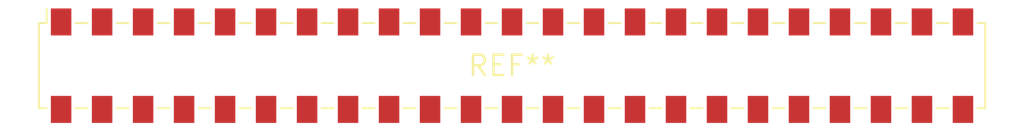
<source format=kicad_pcb>
(kicad_pcb (version 20240108) (generator pcbnew)
  (layers (0 "F.Cu" signal) (31 "B.Cu" signal) (34 "B.Paste" user) (35 "F.Paste" user) (36 "B.SilkS" user "B.Silkscreen") (37 "F.SilkS" user "F.Silkscreen") (38 "B.Mask" user) (39 "F.Mask" user) (44 "Edge.Cuts" user))
  (net 0 "")
  (footprint "Samtec_HLE-123-02-xxx-DV-BE-LC_2x23_P2.54mm_Horizontal" (layer "F.Cu") (at 0 0)
    (property "Reference" "REF**")
    (property "Value" "Samtec_HLE-123-02-xxx-DV-BE-LC_2x23_P2.54mm_Horizontal")
    (fp_line (start -29.32 -2.65) (end -29.32 2.65) (layer "F.SilkS") (stroke (width 0.12)))
    (fp_line (start -29.32 2.65) (end -28.835 2.65) (layer "F.SilkS") (stroke (width 0.12)))
    (fp_line (start -28.835 -3.56) (end -28.835 -2.65) (layer "F.SilkS") (stroke (width 0.12)))
    (fp_line (start -28.835 -2.65) (end -29.32 -2.65) (layer "F.SilkS") (stroke (width 0.12)))
    (fp_line (start -27.045 -2.65) (end -26.295 -2.65) (layer "F.SilkS") (stroke (width 0.12)))
    (fp_line (start -27.045 2.65) (end -26.295 2.65) (layer "F.SilkS") (stroke (width 0.12)))
    (fp_line (start -24.505 -2.65) (end -23.755 -2.65) (layer "F.SilkS") (stroke (width 0.12)))
    (fp_line (start -24.505 2.65) (end -23.755 2.65) (layer "F.SilkS") (stroke (width 0.12)))
    (fp_line (start -21.965 -2.65) (end -21.215 -2.65) (layer "F.SilkS") (stroke (width 0.12)))
    (fp_line (start -21.965 2.65) (end -21.215 2.65) (layer "F.SilkS") (stroke (width 0.12)))
    (fp_line (start -19.425 -2.65) (end -18.675 -2.65) (layer "F.SilkS") (stroke (width 0.12)))
    (fp_line (start -19.425 2.65) (end -18.675 2.65) (layer "F.SilkS") (stroke (width 0.12)))
    (fp_line (start -16.885 -2.65) (end -16.135 -2.65) (layer "F.SilkS") (stroke (width 0.12)))
    (fp_line (start -16.885 2.65) (end -16.135 2.65) (layer "F.SilkS") (stroke (width 0.12)))
    (fp_line (start -14.345 -2.65) (end -13.595 -2.65) (layer "F.SilkS") (stroke (width 0.12)))
    (fp_line (start -14.345 2.65) (end -13.595 2.65) (layer "F.SilkS") (stroke (width 0.12)))
    (fp_line (start -11.805 -2.65) (end -11.055 -2.65) (layer "F.SilkS") (stroke (width 0.12)))
    (fp_line (start -11.805 2.65) (end -11.055 2.65) (layer "F.SilkS") (stroke (width 0.12)))
    (fp_line (start -9.265 -2.65) (end -8.515 -2.65) (layer "F.SilkS") (stroke (width 0.12)))
    (fp_line (start -9.265 2.65) (end -8.515 2.65) (layer "F.SilkS") (stroke (width 0.12)))
    (fp_line (start -6.725 -2.65) (end -5.975 -2.65) (layer "F.SilkS") (stroke (width 0.12)))
    (fp_line (start -6.725 2.65) (end -5.975 2.65) (layer "F.SilkS") (stroke (width 0.12)))
    (fp_line (start -4.185 -2.65) (end -3.435 -2.65) (layer "F.SilkS") (stroke (width 0.12)))
    (fp_line (start -4.185 2.65) (end -3.435 2.65) (layer "F.SilkS") (stroke (width 0.12)))
    (fp_line (start -1.645 -2.65) (end -0.895 -2.65) (layer "F.SilkS") (stroke (width 0.12)))
    (fp_line (start -1.645 2.65) (end -0.895 2.65) (layer "F.SilkS") (stroke (width 0.12)))
    (fp_line (start 0.895 -2.65) (end 1.645 -2.65) (layer "F.SilkS") (stroke (width 0.12)))
    (fp_line (start 0.895 2.65) (end 1.645 2.65) (layer "F.SilkS") (stroke (width 0.12)))
    (fp_line (start 3.435 -2.65) (end 4.185 -2.65) (layer "F.SilkS") (stroke (width 0.12)))
    (fp_line (start 3.435 2.65) (end 4.185 2.65) (layer "F.SilkS") (stroke (width 0.12)))
    (fp_line (start 5.975 -2.65) (end 6.725 -2.65) (layer "F.SilkS") (stroke (width 0.12)))
    (fp_line (start 5.975 2.65) (end 6.725 2.65) (layer "F.SilkS") (stroke (width 0.12)))
    (fp_line (start 8.515 -2.65) (end 9.265 -2.65) (layer "F.SilkS") (stroke (width 0.12)))
    (fp_line (start 8.515 2.65) (end 9.265 2.65) (layer "F.SilkS") (stroke (width 0.12)))
    (fp_line (start 11.055 -2.65) (end 11.805 -2.65) (layer "F.SilkS") (stroke (width 0.12)))
    (fp_line (start 11.055 2.65) (end 11.805 2.65) (layer "F.SilkS") (stroke (width 0.12)))
    (fp_line (start 13.595 -2.65) (end 14.345 -2.65) (layer "F.SilkS") (stroke (width 0.12)))
    (fp_line (start 13.595 2.65) (end 14.345 2.65) (layer "F.SilkS") (stroke (width 0.12)))
    (fp_line (start 16.135 -2.65) (end 16.885 -2.65) (layer "F.SilkS") (stroke (width 0.12)))
    (fp_line (start 16.135 2.65) (end 16.885 2.65) (layer "F.SilkS") (stroke (width 0.12)))
    (fp_line (start 18.675 -2.65) (end 19.425 -2.65) (layer "F.SilkS") (stroke (width 0.12)))
    (fp_line (start 18.675 2.65) (end 19.425 2.65) (layer "F.SilkS") (stroke (width 0.12)))
    (fp_line (start 21.215 -2.65) (end 21.965 -2.65) (layer "F.SilkS") (stroke (width 0.12)))
    (fp_line (start 21.215 2.65) (end 21.965 2.65) (layer "F.SilkS") (stroke (width 0.12)))
    (fp_line (start 23.755 -2.65) (end 24.505 -2.65) (layer "F.SilkS") (stroke (width 0.12)))
    (fp_line (start 23.755 2.65) (end 24.505 2.65) (layer "F.SilkS") (stroke (width 0.12)))
    (fp_line (start 26.295 -2.65) (end 27.045 -2.65) (layer "F.SilkS") (stroke (width 0.12)))
    (fp_line (start 26.295 2.65) (end 27.045 2.65) (layer "F.SilkS") (stroke (width 0.12)))
    (fp_line (start 28.835 -2.65) (end 29.32 -2.65) (layer "F.SilkS") (stroke (width 0.12)))
    (fp_line (start 29.32 -2.65) (end 29.32 2.65) (layer "F.SilkS") (stroke (width 0.12)))
    (fp_line (start 29.32 2.65) (end 28.835 2.65) (layer "F.SilkS") (stroke (width 0.12)))
    (pad "" np_thru_hole circle (at -27.94 -1.27) (size 0.97 0.97) (drill 0.97) (layers *.Cu *.Mask))
    (pad "" np_thru_hole circle (at -27.94 1.27) (size 0.97 0.97) (drill 0.97) (layers *.Cu *.Mask))
    (pad "" np_thru_hole circle (at -26.67 0) (size 1.19 1.19) (drill 1.19) (layers *.Cu *.Mask))
    (pad "" np_thru_hole circle (at -25.4 -1.27) (size 0.97 0.97) (drill 0.97) (layers *.Cu *.Mask))
    (pad "" np_thru_hole circle (at -25.4 1.27) (size 0.97 0.97) (drill 0.97) (layers *.Cu *.Mask))
    (pad "" np_thru_hole circle (at -22.86 -1.27) (size 0.97 0.97) (drill 0.97) (layers *.Cu *.Mask))
    (pad "" np_thru_hole circle (at -22.86 1.27) (size 0.97 0.97) (drill 0.97) (layers *.Cu *.Mask))
    (pad "" np_thru_hole circle (at -20.32 -1.27) (size 0.97 0.97) (drill 0.97) (layers *.Cu *.Mask))
    (pad "" np_thru_hole circle (at -20.32 1.27) (size 0.97 0.97) (drill 0.97) (layers *.Cu *.Mask))
    (pad "" np_thru_hole circle (at -17.78 -1.27) (size 0.97 0.97) (drill 0.97) (layers *.Cu *.Mask))
    (pad "" np_thru_hole circle (at -17.78 1.27) (size 0.97 0.97) (drill 0.97) (layers *.Cu *.Mask))
    (pad "" np_thru_hole circle (at -15.24 -1.27) (size 0.97 0.97) (drill 0.97) (layers *.Cu *.Mask))
    (pad "" np_thru_hole circle (at -15.24 1.27) (size 0.97 0.97) (drill 0.97) (layers *.Cu *.Mask))
    (pad "" np_thru_hole circle (at -12.7 -1.27) (size 0.97 0.97) (drill 0.97) (layers *.Cu *.Mask))
    (pad "" np_thru_hole circle (at -12.7 1.27) (size 0.97 0.97) (drill 0.97) (layers *.Cu *.Mask))
    (pad "" np_thru_hole circle (at -10.16 -1.27) (size 0.97 0.97) (drill 0.97) (layers *.Cu *.Mask))
    (pad "" np_thru_hole circle (at -10.16 1.27) (size 0.97 0.97) (drill 0.97) (layers *.Cu *.Mask))
    (pad "" np_thru_hole circle (at -7.62 -1.27) (size 0.97 0.97) (drill 0.97) (layers *.Cu *.Mask))
    (pad "" np_thru_hole circle (at -7.62 1.27) (size 0.97 0.97) (drill 0.97) (layers *.Cu *.Mask))
    (pad "" np_thru_hole circle (at -5.08 -1.27) (size 0.97 0.97) (drill 0.97) (layers *.Cu *.Mask))
    (pad "" np_thru_hole circle (at -5.08 1.27) (size 0.97 0.97) (drill 0.97) (layers *.Cu *.Mask))
    (pad "" np_thru_hole circle (at -2.54 -1.27) (size 0.97 0.97) (drill 0.97) (layers *.Cu *.Mask))
    (pad "" np_thru_hole circle (at -2.54 1.27) (size 0.97 0.97) (drill 0.97) (layers *.Cu *.Mask))
    (pad "" np_thru_hole circle (at 0 -1.27) (size 0.97 0.97) (drill 0.97) (layers *.Cu *.Mask))
    (pad "" np_thru_hole circle (at 0 1.27) (size 0.97 0.97) (drill 0.97) (layers *.Cu *.Mask))
    (pad "" np_thru_hole circle (at 2.54 -1.27) (size 0.97 0.97) (drill 0.97) (layers *.Cu *.Mask))
    (pad "" np_thru_hole circle (at 2.54 1.27) (size 0.97 0.97) (drill 0.97) (layers *.Cu *.Mask))
    (pad "" np_thru_hole circle (at 5.08 -1.27) (size 0.97 0.97) (drill 0.97) (layers *.Cu *.Mask))
    (pad "" np_thru_hole circle (at 5.08 1.27) (size 0.97 0.97) (drill 0.97) (layers *.Cu *.Mask))
    (pad "" np_thru_hole circle (at 7.62 -1.27) (size 0.97 0.97) (drill 0.97) (layers *.Cu *.Mask))
    (pad "" np_thru_hole circle (at 7.62 1.27) (size 0.97 0.97) (drill 0.97) (layers *.Cu *.Mask))
    (pad "" np_thru_hole circle (at 10.16 -1.27) (size 0.97 0.97) (drill 0.97) (layers *.Cu *.Mask))
    (pad "" np_thru_hole circle (at 10.16 1.27) (size 0.97 0.97) (drill 0.97) (layers *.Cu *.Mask))
    (pad "" np_thru_hole circle (at 12.7 -1.27) (size 0.97 0.97) (drill 0.97) (layers *.Cu *.Mask))
    (pad "" np_thru_hole circle (at 12.7 1.27) (size 0.97 0.97) (drill 0.97) (layers *.Cu *.Mask))
    (pad "" np_thru_hole circle (at 15.24 -1.27) (size 0.97 0.97) (drill 0.97) (layers *.Cu *.Mask))
    (pad "" np_thru_hole circle (at 15.24 1.27) (size 0.97 0.97) (drill 0.97) (layers *.Cu *.Mask))
    (pad "" np_thru_hole circle (at 17.78 -1.27) (size 0.97 0.97) (drill 0.97) (layers *.Cu *.Mask))
    (pad "" np_thru_hole circle (at 17.78 1.27) (size 0.97 0.97) (drill 0.97) (layers *.Cu *.Mask))
    (pad "" np_thru_hole circle (at 20.32 -1.27) (size 0.97 0.97) (drill 0.97) (layers *.Cu *.Mask))
    (pad "" np_thru_hole circle (at 20.32 1.27) (size 0.97 0.97) (drill 0.97) (layers *.Cu *.Mask))
    (pad "" np_thru_hole circle (at 22.86 -1.27) (size 0.97 0.97) (drill 0.97) (layers *.Cu *.Mask))
    (pad "" np_thru_hole circle (at 22.86 1.27) (size 0.97 0.97) (drill 0.97) (layers *.Cu *.Mask))
    (pad "" np_thru_hole circle (at 25.4 -1.27) (size 0.97 0.97) (drill 0.97) (layers *.Cu *.Mask))
    (pad "" np_thru_hole circle (at 25.4 1.27) (size 0.97 0.97) (drill 0.97) (layers *.Cu *.Mask))
    (pad "" np_thru_hole circle (at 26.67 0) (size 1.19 1.19) (drill 1.19) (layers *.Cu *.Mask))
    (pad "" np_thru_hole circle (at 27.94 -1.27) (size 0.97 0.97) (drill 0.97) (layers *.Cu *.Mask))
    (pad "" np_thru_hole circle (at 27.94 1.27) (size 0.97 0.97) (drill 0.97) (layers *.Cu *.Mask))
    (pad "1" smd rect (at -27.94 -2.72) (size 1.27 1.68) (layers "F.Cu" "F.Paste" "F.Mask"))
    (pad "2" smd rect (at -27.94 2.72) (size 1.27 1.68) (layers "F.Cu" "F.Paste" "F.Mask"))
    (pad "3" smd rect (at -25.4 -2.72) (size 1.27 1.68) (layers "F.Cu" "F.Paste" "F.Mask"))
    (pad "4" smd rect (at -25.4 2.72) (size 1.27 1.68) (layers "F.Cu" "F.Paste" "F.Mask"))
    (pad "5" smd rect (at -22.86 -2.72) (size 1.27 1.68) (layers "F.Cu" "F.Paste" "F.Mask"))
    (pad "6" smd rect (at -22.86 2.72) (size 1.27 1.68) (layers "F.Cu" "F.Paste" "F.Mask"))
    (pad "7" smd rect (at -20.32 -2.72) (size 1.27 1.68) (layers "F.Cu" "F.Paste" "F.Mask"))
    (pad "8" smd rect (at -20.32 2.72) (size 1.27 1.68) (layers "F.Cu" "F.Paste" "F.Mask"))
    (pad "9" smd rect (at -17.78 -2.72) (size 1.27 1.68) (layers "F.Cu" "F.Paste" "F.Mask"))
    (pad "10" smd rect (at -17.78 2.72) (size 1.27 1.68) (layers "F.Cu" "F.Paste" "F.Mask"))
    (pad "11" smd rect (at -15.24 -2.72) (size 1.27 1.68) (layers "F.Cu" "F.Paste" "F.Mask"))
    (pad "12" smd rect (at -15.24 2.72) (size 1.27 1.68) (layers "F.Cu" "F.Paste" "F.Mask"))
    (pad "13" smd rect (at -12.7 -2.72) (size 1.27 1.68) (layers "F.Cu" "F.Paste" "F.Mask"))
    (pad "14" smd rect (at -12.7 2.72) (size 1.27 1.68) (layers "F.Cu" "F.Paste" "F.Mask"))
    (pad "15" smd rect (at -10.16 -2.72) (size 1.27 1.68) (layers "F.Cu" "F.Paste" "F.Mask"))
    (pad "16" smd rect (at -10.16 2.72) (size 1.27 1.68) (layers "F.Cu" "F.Paste" "F.Mask"))
    (pad "17" smd rect (at -7.62 -2.72) (size 1.27 1.68) (layers "F.Cu" "F.Paste" "F.Mask"))
    (pad "18" smd rect (at -7.62 2.72) (size 1.27 1.68) (layers "F.Cu" "F.Paste" "F.Mask"))
    (pad "19" smd rect (at -5.08 -2.72) (size 1.27 1.68) (layers "F.Cu" "F.Paste" "F.Mask"))
    (pad "20" smd rect (at -5.08 2.72) (size 1.27 1.68) (layers "F.Cu" "F.Paste" "F.Mask"))
    (pad "21" smd rect (at -2.54 -2.72) (size 1.27 1.68) (layers "F.Cu" "F.Paste" "F.Mask"))
    (pad "22" smd rect (at -2.54 2.72) (size 1.27 1.68) (layers "F.Cu" "F.Paste" "F.Mask"))
    (pad "23" smd rect (at 0 -2.72) (size 1.27 1.68) (layers "F.Cu" "F.Paste" "F.Mask"))
    (pad "24" smd rect (at 0 2.72) (size 1.27 1.68) (layers "F.Cu" "F.Paste" "F.Mask"))
    (pad "25" smd rect (at 2.54 -2.72) (size 1.27 1.68) (layers "F.Cu" "F.Paste" "F.Mask"))
    (pad "26" smd rect (at 2.54 2.72) (size 1.27 1.68) (layers "F.Cu" "F.Paste" "F.Mask"))
    (pad "27" smd rect (at 5.08 -2.72) (size 1.27 1.68) (layers "F.Cu" "F.Paste" "F.Mask"))
    (pad "28" smd rect (at 5.08 2.72) (size 1.27 1.68) (layers "F.Cu" "F.Paste" "F.Mask"))
    (pad "29" smd rect (at 7.62 -2.72) (size 1.27 1.68) (layers "F.Cu" "F.Paste" "F.Mask"))
    (pad "30" smd rect (at 7.62 2.72) (size 1.27 1.68) (layers "F.Cu" "F.Paste" "F.Mask"))
    (pad "31" smd rect (at 10.16 -2.72) (size 1.27 1.68) (layers "F.Cu" "F.Paste" "F.Mask"))
    (pad "32" smd rect (at 10.16 2.72) (size 1.27 1.68) (layers "F.Cu" "F.Paste" "F.Mask"))
    (pad "33" smd rect (at 12.7 -2.72) (size 1.27 1.68) (layers "F.Cu" "F.Paste" "F.Mask"))
    (pad "34" smd rect (at 12.7 2.72) (size 1.27 1.68) (layers "F.Cu" "F.Paste" "F.Mask"))
    (pad "35" smd rect (at 15.24 -2.72) (size 1.27 1.68) (layers "F.Cu" "F.Paste" "F.Mask"))
    (pad "36" smd rect (at 15.24 2.72) (size 1.27 1.68) (layers "F.Cu" "F.Paste" "F.Mask"))
    (pad "37" smd rect (at 17.78 -2.72) (size 1.27 1.68) (layers "F.Cu" "F.Paste" "F.Mask"))
    (pad "38" smd rect (at 17.78 2.72) (size 1.27 1.68) (layers "F.Cu" "F.Paste" "F.Mask"))
    (pad "39" smd rect (at 20.32 -2.72) (size 1.27 1.68) (layers "F.Cu" "F.Paste" "F.Mask"))
    (pad "40" smd rect (at 20.32 2.72) (size 1.27 1.68) (layers "F.Cu" "F.Paste" "F.Mask"))
    (pad "41" smd rect (at 22.86 -2.72) (size 1.27 1.68) (layers "F.Cu" "F.Paste" "F.Mask"))
    (pad "42" smd rect (at 22.86 2.72) (size 1.27 1.68) (layers "F.Cu" "F.Paste" "F.Mask"))
    (pad "43" smd rect (at 25.4 -2.72) (size 1.27 1.68) (layers "F.Cu" "F.Paste" "F.Mask"))
    (pad "44" smd rect (at 25.4 2.72) (size 1.27 1.68) (layers "F.Cu" "F.Paste" "F.Mask"))
    (pad "45" smd rect (at 27.94 -2.72) (size 1.27 1.68) (layers "F.Cu" "F.Paste" "F.Mask"))
    (pad "46" smd rect (at 27.94 2.72) (size 1.27 1.68) (layers "F.Cu" "F.Paste" "F.Mask"))
  )
)
</source>
